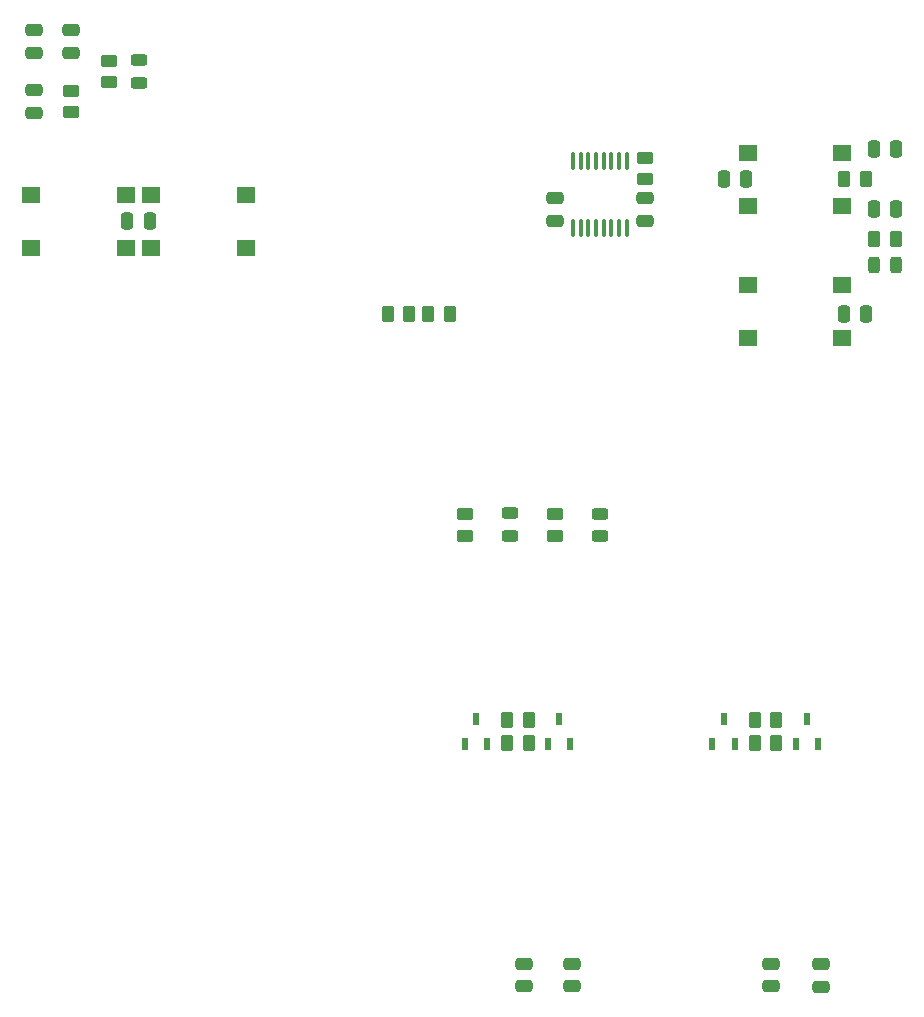
<source format=gbp>
G04 #@! TF.GenerationSoftware,KiCad,Pcbnew,6.0.11+dfsg-1*
G04 #@! TF.CreationDate,2024-10-22T12:26:55+02:00*
G04 #@! TF.ProjectId,kaarten_shieter,6b616172-7465-46e5-9f73-686965746572,rev?*
G04 #@! TF.SameCoordinates,Original*
G04 #@! TF.FileFunction,Paste,Bot*
G04 #@! TF.FilePolarity,Positive*
%FSLAX46Y46*%
G04 Gerber Fmt 4.6, Leading zero omitted, Abs format (unit mm)*
G04 Created by KiCad (PCBNEW 6.0.11+dfsg-1) date 2024-10-22 12:26:55*
%MOMM*%
%LPD*%
G01*
G04 APERTURE LIST*
G04 Aperture macros list*
%AMRoundRect*
0 Rectangle with rounded corners*
0 $1 Rounding radius*
0 $2 $3 $4 $5 $6 $7 $8 $9 X,Y pos of 4 corners*
0 Add a 4 corners polygon primitive as box body*
4,1,4,$2,$3,$4,$5,$6,$7,$8,$9,$2,$3,0*
0 Add four circle primitives for the rounded corners*
1,1,$1+$1,$2,$3*
1,1,$1+$1,$4,$5*
1,1,$1+$1,$6,$7*
1,1,$1+$1,$8,$9*
0 Add four rect primitives between the rounded corners*
20,1,$1+$1,$2,$3,$4,$5,0*
20,1,$1+$1,$4,$5,$6,$7,0*
20,1,$1+$1,$6,$7,$8,$9,0*
20,1,$1+$1,$8,$9,$2,$3,0*%
G04 Aperture macros list end*
%ADD10RoundRect,0.250000X0.250000X0.475000X-0.250000X0.475000X-0.250000X-0.475000X0.250000X-0.475000X0*%
%ADD11RoundRect,0.243750X-0.243750X-0.456250X0.243750X-0.456250X0.243750X0.456250X-0.243750X0.456250X0*%
%ADD12RoundRect,0.250000X0.262500X0.450000X-0.262500X0.450000X-0.262500X-0.450000X0.262500X-0.450000X0*%
%ADD13RoundRect,0.250000X-0.250000X-0.475000X0.250000X-0.475000X0.250000X0.475000X-0.250000X0.475000X0*%
%ADD14RoundRect,0.250000X0.475000X-0.250000X0.475000X0.250000X-0.475000X0.250000X-0.475000X-0.250000X0*%
%ADD15R,1.600000X1.400000*%
%ADD16RoundRect,0.250000X-0.450000X0.262500X-0.450000X-0.262500X0.450000X-0.262500X0.450000X0.262500X0*%
%ADD17RoundRect,0.250000X-0.262500X-0.450000X0.262500X-0.450000X0.262500X0.450000X-0.262500X0.450000X0*%
%ADD18R,0.600000X1.050000*%
%ADD19RoundRect,0.250000X-0.475000X0.250000X-0.475000X-0.250000X0.475000X-0.250000X0.475000X0.250000X0*%
%ADD20RoundRect,0.100000X-0.100000X0.637500X-0.100000X-0.637500X0.100000X-0.637500X0.100000X0.637500X0*%
%ADD21RoundRect,0.243750X-0.456250X0.243750X-0.456250X-0.243750X0.456250X-0.243750X0.456250X0.243750X0*%
G04 APERTURE END LIST*
D10*
X99691000Y-49784000D03*
X97791000Y-49784000D03*
X109851000Y-61214000D03*
X107951000Y-61214000D03*
D11*
X110503500Y-57035250D03*
X112378500Y-57035250D03*
D12*
X102258500Y-97459800D03*
X100433500Y-97459800D03*
D13*
X110491000Y-52324000D03*
X112391000Y-52324000D03*
D14*
X39390000Y-39050000D03*
X39390000Y-37150000D03*
D15*
X47180000Y-51090000D03*
X39180000Y-51090000D03*
X47180000Y-55590000D03*
X39180000Y-55590000D03*
D16*
X75881000Y-78146500D03*
X75881000Y-79971500D03*
D17*
X69341000Y-61214000D03*
X71166000Y-61214000D03*
D15*
X57340000Y-55590000D03*
X49340000Y-55590000D03*
X57340000Y-51090000D03*
X49340000Y-51090000D03*
D16*
X45720000Y-39727500D03*
X45720000Y-41552500D03*
D10*
X49210000Y-53340000D03*
X47310000Y-53340000D03*
D13*
X110491000Y-47244000D03*
X112391000Y-47244000D03*
D18*
X98740000Y-97620000D03*
X96840000Y-97620000D03*
X97790000Y-95420000D03*
D17*
X79478500Y-95554800D03*
X81303500Y-95554800D03*
X110528500Y-54864000D03*
X112353500Y-54864000D03*
D19*
X84919760Y-116169638D03*
X84919760Y-118069638D03*
X39390000Y-42230000D03*
X39390000Y-44130000D03*
D20*
X85036000Y-48191500D03*
X85686000Y-48191500D03*
X86336000Y-48191500D03*
X86986000Y-48191500D03*
X87636000Y-48191500D03*
X88286000Y-48191500D03*
X88936000Y-48191500D03*
X89586000Y-48191500D03*
X89586000Y-53916500D03*
X88936000Y-53916500D03*
X88286000Y-53916500D03*
X87636000Y-53916500D03*
X86986000Y-53916500D03*
X86336000Y-53916500D03*
X85686000Y-53916500D03*
X85036000Y-53916500D03*
D19*
X91121000Y-51374000D03*
X91121000Y-53274000D03*
X106006000Y-116242500D03*
X106006000Y-118142500D03*
D16*
X83501000Y-78146500D03*
X83501000Y-79971500D03*
D14*
X42555000Y-39050000D03*
X42555000Y-37150000D03*
D12*
X81303500Y-97459800D03*
X79478500Y-97459800D03*
D21*
X48260000Y-39702500D03*
X48260000Y-41577500D03*
X79691000Y-78056500D03*
X79691000Y-79931500D03*
D15*
X99821000Y-52034000D03*
X107821000Y-52034000D03*
X99821000Y-47534000D03*
X107821000Y-47534000D03*
D18*
X105770000Y-97620000D03*
X103870000Y-97620000D03*
X104820000Y-95420000D03*
D17*
X100433500Y-95554800D03*
X102258500Y-95554800D03*
D15*
X107821000Y-63234000D03*
X99821000Y-63234000D03*
X99821000Y-58734000D03*
X107821000Y-58734000D03*
D16*
X91121000Y-47941500D03*
X91121000Y-49766500D03*
D12*
X109813500Y-49784000D03*
X107988500Y-49784000D03*
D19*
X80879760Y-116169637D03*
X80879760Y-118069637D03*
D21*
X87311000Y-78121500D03*
X87311000Y-79996500D03*
D14*
X83501000Y-53274000D03*
X83501000Y-51374000D03*
D18*
X84815000Y-97620000D03*
X82915000Y-97620000D03*
X83865000Y-95420000D03*
D17*
X72786000Y-61214000D03*
X74611000Y-61214000D03*
D18*
X77785000Y-97620000D03*
X75885000Y-97620000D03*
X76835000Y-95420000D03*
D16*
X42555000Y-42267500D03*
X42555000Y-44092500D03*
D19*
X101834760Y-116169637D03*
X101834760Y-118069637D03*
M02*

</source>
